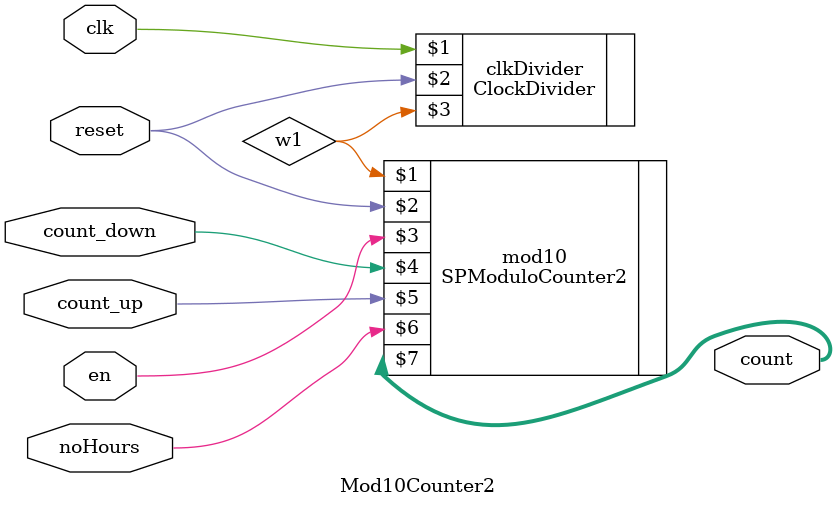
<source format=v>
`timescale 1ns / 1ps

module Mod10Counter(input clk, reset,en,count_down,count_up, output [3:0]count);
wire w1;
ClockDivider clkDivider(clk, reset, w1);
SPModuloCounter #(4,10) mod10(w1,reset,en,count_down,count_up,count);
endmodule


module Mod10Counter2(input clk, reset,en,count_down,count_up,noHours, output [3:0]count);
wire w1;
ClockDivider clkDivider(clk, reset, w1);
SPModuloCounter2 #(4,10) mod10(w1,reset,en,count_down,count_up,noHours,count);
endmodule
</source>
